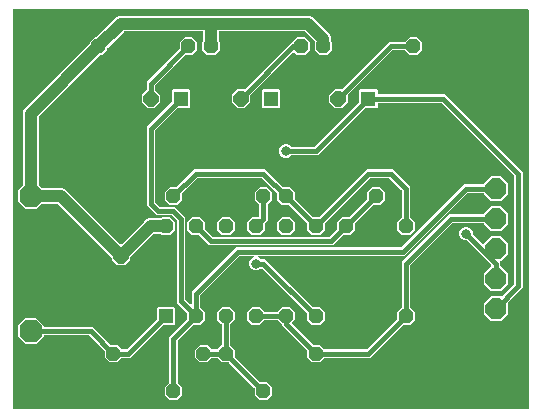
<source format=gtl>
G04 EAGLE Gerber RS-274X export*
G75*
%MOMM*%
%FSLAX34Y34*%
%LPD*%
%INTop Copper*%
%IPPOS*%
%AMOC8*
5,1,8,0,0,1.08239X$1,22.5*%
G01*
%ADD10P,1.380047X8X112.500000*%
%ADD11P,1.380047X8X22.500000*%
%ADD12R,1.275000X1.275000*%
%ADD13P,1.298868X8X22.500000*%
%ADD14R,1.200000X1.200000*%
%ADD15P,2.089446X8X292.500000*%
%ADD16P,1.924489X8X112.500000*%
%ADD17P,1.298868X8X202.500000*%
%ADD18P,1.298868X8X112.500000*%
%ADD19C,1.016000*%
%ADD20C,0.406400*%
%ADD21C,0.825000*%

G36*
X439748Y3814D02*
X439748Y3814D01*
X439767Y3812D01*
X439869Y3834D01*
X439971Y3850D01*
X439988Y3860D01*
X440008Y3864D01*
X440097Y3917D01*
X440188Y3966D01*
X440202Y3980D01*
X440219Y3990D01*
X440286Y4069D01*
X440358Y4144D01*
X440366Y4162D01*
X440379Y4177D01*
X440418Y4273D01*
X440461Y4367D01*
X440463Y4387D01*
X440471Y4405D01*
X440489Y4572D01*
X440489Y341378D01*
X440486Y341398D01*
X440488Y341417D01*
X440466Y341519D01*
X440450Y341621D01*
X440440Y341638D01*
X440436Y341658D01*
X440383Y341747D01*
X440334Y341838D01*
X440320Y341852D01*
X440310Y341869D01*
X440231Y341936D01*
X440156Y342008D01*
X440138Y342016D01*
X440123Y342029D01*
X440027Y342068D01*
X439933Y342111D01*
X439913Y342113D01*
X439895Y342121D01*
X439728Y342139D01*
X4572Y342139D01*
X4552Y342136D01*
X4533Y342138D01*
X4431Y342116D01*
X4329Y342100D01*
X4312Y342090D01*
X4292Y342086D01*
X4203Y342033D01*
X4112Y341984D01*
X4098Y341970D01*
X4081Y341960D01*
X4014Y341881D01*
X3942Y341806D01*
X3934Y341788D01*
X3921Y341773D01*
X3882Y341677D01*
X3839Y341583D01*
X3837Y341563D01*
X3829Y341545D01*
X3811Y341378D01*
X3811Y4572D01*
X3814Y4552D01*
X3812Y4533D01*
X3834Y4431D01*
X3850Y4329D01*
X3860Y4312D01*
X3864Y4292D01*
X3917Y4203D01*
X3966Y4112D01*
X3980Y4098D01*
X3990Y4081D01*
X4069Y4014D01*
X4144Y3942D01*
X4162Y3934D01*
X4177Y3921D01*
X4273Y3882D01*
X4367Y3839D01*
X4387Y3837D01*
X4405Y3829D01*
X4572Y3811D01*
X439728Y3811D01*
X439748Y3814D01*
G37*
%LPC*%
G36*
X91978Y125450D02*
X91978Y125450D01*
X87350Y130078D01*
X87350Y131594D01*
X87336Y131684D01*
X87328Y131775D01*
X87316Y131805D01*
X87311Y131837D01*
X87268Y131917D01*
X87232Y132001D01*
X87206Y132033D01*
X87195Y132054D01*
X87172Y132076D01*
X87127Y132132D01*
X41937Y177322D01*
X41863Y177375D01*
X41794Y177435D01*
X41764Y177447D01*
X41737Y177466D01*
X41650Y177493D01*
X41566Y177527D01*
X41525Y177531D01*
X41502Y177538D01*
X41470Y177537D01*
X41399Y177545D01*
X28567Y177545D01*
X28477Y177531D01*
X28386Y177523D01*
X28356Y177511D01*
X28324Y177506D01*
X28243Y177463D01*
X28160Y177427D01*
X28127Y177401D01*
X28107Y177390D01*
X28085Y177367D01*
X28029Y177322D01*
X23680Y172973D01*
X14420Y172973D01*
X7873Y179520D01*
X7873Y188780D01*
X12222Y193129D01*
X12275Y193203D01*
X12335Y193272D01*
X12347Y193302D01*
X12366Y193328D01*
X12393Y193415D01*
X12427Y193500D01*
X12431Y193541D01*
X12438Y193563D01*
X12437Y193596D01*
X12445Y193667D01*
X12445Y255314D01*
X13451Y257741D01*
X68452Y312743D01*
X68505Y312817D01*
X68565Y312886D01*
X68577Y312916D01*
X68596Y312943D01*
X68623Y313030D01*
X68657Y313114D01*
X68661Y313155D01*
X68668Y313178D01*
X68667Y313210D01*
X68675Y313281D01*
X68675Y314267D01*
X73083Y318675D01*
X74069Y318675D01*
X74159Y318689D01*
X74250Y318697D01*
X74280Y318709D01*
X74312Y318714D01*
X74392Y318757D01*
X74476Y318793D01*
X74508Y318819D01*
X74529Y318830D01*
X74551Y318853D01*
X74607Y318898D01*
X91509Y335799D01*
X93936Y336805D01*
X255314Y336805D01*
X257741Y335799D01*
X272299Y321241D01*
X273305Y318814D01*
X273305Y315502D01*
X273319Y315412D01*
X273327Y315321D01*
X273339Y315291D01*
X273344Y315259D01*
X273387Y315179D01*
X273423Y315095D01*
X273449Y315063D01*
X273460Y315042D01*
X273483Y315020D01*
X273528Y314964D01*
X274225Y314267D01*
X274225Y308033D01*
X269817Y303625D01*
X263583Y303625D01*
X259175Y308033D01*
X259175Y314267D01*
X259346Y314437D01*
X259357Y314453D01*
X259373Y314466D01*
X259429Y314553D01*
X259489Y314637D01*
X259495Y314656D01*
X259506Y314673D01*
X259531Y314773D01*
X259562Y314872D01*
X259561Y314892D01*
X259566Y314911D01*
X259558Y315014D01*
X259555Y315118D01*
X259548Y315137D01*
X259547Y315157D01*
X259506Y315251D01*
X259471Y315349D01*
X259458Y315365D01*
X259450Y315383D01*
X259346Y315514D01*
X251487Y323372D01*
X251413Y323425D01*
X251344Y323485D01*
X251314Y323497D01*
X251287Y323516D01*
X251200Y323543D01*
X251116Y323577D01*
X251075Y323581D01*
X251052Y323588D01*
X251020Y323587D01*
X250949Y323595D01*
X178816Y323595D01*
X178796Y323592D01*
X178777Y323594D01*
X178675Y323572D01*
X178573Y323556D01*
X178556Y323546D01*
X178536Y323542D01*
X178447Y323489D01*
X178356Y323440D01*
X178342Y323426D01*
X178325Y323416D01*
X178258Y323337D01*
X178186Y323262D01*
X178178Y323244D01*
X178165Y323229D01*
X178126Y323133D01*
X178083Y323039D01*
X178081Y323019D01*
X178073Y323001D01*
X178055Y322834D01*
X178055Y315502D01*
X178069Y315412D01*
X178077Y315321D01*
X178089Y315291D01*
X178094Y315259D01*
X178137Y315179D01*
X178173Y315095D01*
X178199Y315063D01*
X178210Y315042D01*
X178233Y315020D01*
X178278Y314964D01*
X178975Y314267D01*
X178975Y308033D01*
X174567Y303625D01*
X168333Y303625D01*
X163925Y308033D01*
X163925Y314267D01*
X164622Y314964D01*
X164675Y315038D01*
X164735Y315107D01*
X164747Y315137D01*
X164766Y315164D01*
X164793Y315251D01*
X164827Y315335D01*
X164831Y315376D01*
X164838Y315399D01*
X164837Y315431D01*
X164845Y315502D01*
X164845Y322834D01*
X164842Y322854D01*
X164844Y322873D01*
X164822Y322975D01*
X164806Y323077D01*
X164796Y323094D01*
X164792Y323114D01*
X164739Y323203D01*
X164690Y323294D01*
X164676Y323308D01*
X164666Y323325D01*
X164587Y323392D01*
X164512Y323464D01*
X164494Y323472D01*
X164479Y323485D01*
X164383Y323524D01*
X164289Y323567D01*
X164269Y323569D01*
X164251Y323577D01*
X164084Y323595D01*
X98301Y323595D01*
X98211Y323581D01*
X98120Y323573D01*
X98090Y323561D01*
X98058Y323556D01*
X97978Y323513D01*
X97894Y323477D01*
X97862Y323451D01*
X97841Y323440D01*
X97819Y323417D01*
X97763Y323372D01*
X83948Y309557D01*
X83895Y309483D01*
X83835Y309414D01*
X83823Y309384D01*
X83804Y309357D01*
X83777Y309270D01*
X83743Y309186D01*
X83739Y309145D01*
X83732Y309122D01*
X83733Y309090D01*
X83725Y309019D01*
X83725Y308033D01*
X79317Y303625D01*
X78331Y303625D01*
X78241Y303611D01*
X78150Y303603D01*
X78120Y303591D01*
X78088Y303586D01*
X78008Y303543D01*
X77924Y303507D01*
X77892Y303481D01*
X77871Y303470D01*
X77849Y303447D01*
X77793Y303402D01*
X25878Y251487D01*
X25825Y251413D01*
X25765Y251344D01*
X25753Y251314D01*
X25734Y251287D01*
X25707Y251200D01*
X25673Y251116D01*
X25669Y251075D01*
X25662Y251052D01*
X25663Y251020D01*
X25655Y250949D01*
X25655Y193667D01*
X25669Y193577D01*
X25677Y193486D01*
X25689Y193456D01*
X25694Y193424D01*
X25737Y193343D01*
X25773Y193260D01*
X25799Y193227D01*
X25810Y193207D01*
X25833Y193185D01*
X25878Y193129D01*
X28029Y190978D01*
X28103Y190925D01*
X28172Y190865D01*
X28202Y190853D01*
X28228Y190834D01*
X28315Y190807D01*
X28400Y190773D01*
X28441Y190769D01*
X28463Y190762D01*
X28496Y190763D01*
X28567Y190755D01*
X45764Y190755D01*
X48191Y189749D01*
X94712Y143229D01*
X94728Y143217D01*
X94740Y143202D01*
X94828Y143145D01*
X94911Y143085D01*
X94930Y143079D01*
X94947Y143069D01*
X95048Y143043D01*
X95147Y143013D01*
X95166Y143013D01*
X95186Y143009D01*
X95289Y143017D01*
X95392Y143019D01*
X95411Y143026D01*
X95431Y143028D01*
X95526Y143068D01*
X95623Y143104D01*
X95639Y143116D01*
X95657Y143124D01*
X95788Y143229D01*
X114944Y162384D01*
X116909Y164349D01*
X119336Y165355D01*
X128998Y165355D01*
X129088Y165369D01*
X129179Y165377D01*
X129209Y165389D01*
X129241Y165394D01*
X129321Y165437D01*
X129405Y165473D01*
X129437Y165499D01*
X129458Y165510D01*
X129480Y165533D01*
X129536Y165578D01*
X130233Y166275D01*
X136467Y166275D01*
X140875Y161867D01*
X140875Y155633D01*
X136467Y151225D01*
X130233Y151225D01*
X129536Y151922D01*
X129462Y151975D01*
X129393Y152035D01*
X129363Y152047D01*
X129336Y152066D01*
X129249Y152093D01*
X129165Y152127D01*
X129124Y152131D01*
X129101Y152138D01*
X129069Y152137D01*
X128998Y152145D01*
X123701Y152145D01*
X123611Y152131D01*
X123520Y152123D01*
X123490Y152111D01*
X123458Y152106D01*
X123378Y152063D01*
X123294Y152027D01*
X123262Y152001D01*
X123241Y151990D01*
X123219Y151967D01*
X123163Y151922D01*
X103373Y132132D01*
X103320Y132058D01*
X103260Y131989D01*
X103248Y131959D01*
X103229Y131932D01*
X103202Y131845D01*
X103168Y131761D01*
X103164Y131720D01*
X103157Y131697D01*
X103158Y131665D01*
X103150Y131594D01*
X103150Y130078D01*
X98522Y125450D01*
X91978Y125450D01*
G37*
%LPD*%
%LPC*%
G36*
X136583Y11525D02*
X136583Y11525D01*
X132175Y15933D01*
X132175Y22167D01*
X135920Y25912D01*
X135973Y25986D01*
X136033Y26055D01*
X136045Y26085D01*
X136064Y26112D01*
X136091Y26199D01*
X136125Y26283D01*
X136129Y26324D01*
X136136Y26347D01*
X136135Y26379D01*
X136143Y26450D01*
X136143Y64973D01*
X151002Y79832D01*
X151055Y79906D01*
X151115Y79976D01*
X151127Y80006D01*
X151146Y80032D01*
X151173Y80119D01*
X151207Y80204D01*
X151211Y80245D01*
X151218Y80267D01*
X151217Y80299D01*
X151225Y80371D01*
X151225Y84729D01*
X151211Y84820D01*
X151203Y84910D01*
X151191Y84940D01*
X151186Y84972D01*
X151143Y85053D01*
X151107Y85137D01*
X151081Y85169D01*
X151070Y85190D01*
X151047Y85212D01*
X151002Y85268D01*
X142493Y93777D01*
X142493Y163311D01*
X142479Y163402D01*
X142471Y163492D01*
X142459Y163522D01*
X142454Y163554D01*
X142411Y163635D01*
X142375Y163719D01*
X142349Y163751D01*
X142338Y163772D01*
X142315Y163794D01*
X142270Y163850D01*
X138450Y167670D01*
X138376Y167723D01*
X138306Y167783D01*
X138276Y167795D01*
X138250Y167814D01*
X138163Y167841D01*
X138078Y167875D01*
X138037Y167879D01*
X138015Y167886D01*
X137983Y167885D01*
X137911Y167893D01*
X125527Y167893D01*
X117093Y176327D01*
X117093Y242773D01*
X137927Y263607D01*
X137980Y263681D01*
X138040Y263751D01*
X138052Y263781D01*
X138071Y263807D01*
X138098Y263894D01*
X138117Y263942D01*
X138122Y263953D01*
X138122Y263956D01*
X138132Y263979D01*
X138136Y264020D01*
X138143Y264042D01*
X138142Y264074D01*
X138150Y264146D01*
X138150Y273707D01*
X139043Y274600D01*
X153057Y274600D01*
X153950Y273707D01*
X153950Y259693D01*
X153057Y258800D01*
X143496Y258800D01*
X143405Y258786D01*
X143315Y258778D01*
X143285Y258766D01*
X143253Y258761D01*
X143172Y258718D01*
X143088Y258682D01*
X143056Y258656D01*
X143035Y258645D01*
X143013Y258622D01*
X142957Y258577D01*
X124430Y240050D01*
X124377Y239976D01*
X124317Y239906D01*
X124305Y239876D01*
X124286Y239850D01*
X124259Y239763D01*
X124225Y239678D01*
X124221Y239637D01*
X124214Y239615D01*
X124215Y239583D01*
X124207Y239511D01*
X124207Y179589D01*
X124221Y179498D01*
X124229Y179408D01*
X124241Y179378D01*
X124246Y179346D01*
X124289Y179265D01*
X124325Y179181D01*
X124351Y179149D01*
X124362Y179128D01*
X124385Y179106D01*
X124430Y179050D01*
X128250Y175230D01*
X128324Y175177D01*
X128394Y175117D01*
X128424Y175105D01*
X128450Y175086D01*
X128537Y175059D01*
X128622Y175025D01*
X128663Y175021D01*
X128685Y175014D01*
X128717Y175015D01*
X128789Y175007D01*
X141173Y175007D01*
X149607Y166573D01*
X149607Y97039D01*
X149621Y96948D01*
X149629Y96858D01*
X149641Y96828D01*
X149646Y96796D01*
X149689Y96715D01*
X149725Y96631D01*
X149751Y96599D01*
X149762Y96578D01*
X149785Y96556D01*
X149830Y96500D01*
X153894Y92436D01*
X153952Y92394D01*
X154004Y92345D01*
X154051Y92323D01*
X154093Y92293D01*
X154162Y92272D01*
X154227Y92241D01*
X154279Y92236D01*
X154329Y92220D01*
X154400Y92222D01*
X154471Y92214D01*
X154522Y92225D01*
X154574Y92227D01*
X154642Y92251D01*
X154712Y92267D01*
X154757Y92293D01*
X154805Y92311D01*
X154861Y92356D01*
X154923Y92393D01*
X154957Y92432D01*
X154997Y92465D01*
X155036Y92525D01*
X155083Y92580D01*
X155102Y92628D01*
X155130Y92672D01*
X155148Y92741D01*
X155175Y92808D01*
X155183Y92879D01*
X155191Y92910D01*
X155189Y92934D01*
X155193Y92975D01*
X155193Y103073D01*
X157500Y105380D01*
X190530Y138410D01*
X192837Y140717D01*
X332221Y140717D01*
X332312Y140731D01*
X332402Y140739D01*
X332432Y140751D01*
X332464Y140756D01*
X332545Y140799D01*
X332629Y140835D01*
X332661Y140861D01*
X332682Y140872D01*
X332704Y140895D01*
X332760Y140940D01*
X385877Y194057D01*
X401574Y194057D01*
X401594Y194060D01*
X401613Y194058D01*
X401715Y194080D01*
X401817Y194096D01*
X401834Y194106D01*
X401854Y194110D01*
X401943Y194163D01*
X402034Y194212D01*
X402048Y194226D01*
X402065Y194236D01*
X402132Y194315D01*
X402204Y194390D01*
X402212Y194408D01*
X402225Y194423D01*
X402264Y194519D01*
X402307Y194613D01*
X402309Y194633D01*
X402317Y194651D01*
X402335Y194813D01*
X408436Y200915D01*
X417064Y200915D01*
X423165Y194814D01*
X423165Y186186D01*
X417064Y180085D01*
X408436Y180085D01*
X402334Y186187D01*
X402332Y186202D01*
X402334Y186221D01*
X402312Y186323D01*
X402296Y186425D01*
X402286Y186442D01*
X402282Y186462D01*
X402229Y186550D01*
X402180Y186642D01*
X402166Y186656D01*
X402156Y186673D01*
X402077Y186740D01*
X402002Y186812D01*
X401984Y186820D01*
X401969Y186833D01*
X401873Y186872D01*
X401779Y186915D01*
X401759Y186917D01*
X401741Y186925D01*
X401574Y186943D01*
X389139Y186943D01*
X389048Y186929D01*
X388958Y186921D01*
X388928Y186909D01*
X388896Y186904D01*
X388815Y186861D01*
X388731Y186825D01*
X388699Y186799D01*
X388678Y186788D01*
X388656Y186765D01*
X388600Y186720D01*
X335483Y133603D01*
X212199Y133603D01*
X212103Y133588D01*
X212006Y133578D01*
X211982Y133568D01*
X211956Y133564D01*
X211870Y133518D01*
X211781Y133478D01*
X211762Y133461D01*
X211739Y133448D01*
X211672Y133378D01*
X211600Y133312D01*
X211587Y133289D01*
X211569Y133270D01*
X211528Y133182D01*
X211481Y133096D01*
X211477Y133071D01*
X211466Y133047D01*
X211455Y132950D01*
X211438Y132854D01*
X211441Y132828D01*
X211439Y132803D01*
X211459Y132708D01*
X211473Y132611D01*
X211485Y132588D01*
X211491Y132562D01*
X211541Y132479D01*
X211585Y132392D01*
X211604Y132373D01*
X211617Y132351D01*
X211691Y132288D01*
X211761Y132220D01*
X211789Y132204D01*
X211804Y132191D01*
X211835Y132179D01*
X211908Y132139D01*
X212750Y131790D01*
X213760Y130780D01*
X213834Y130727D01*
X213904Y130667D01*
X213934Y130655D01*
X213960Y130636D01*
X214047Y130609D01*
X214132Y130575D01*
X214173Y130571D01*
X214195Y130564D01*
X214227Y130565D01*
X214299Y130557D01*
X217373Y130557D01*
X257632Y90298D01*
X257706Y90245D01*
X257776Y90185D01*
X257806Y90173D01*
X257832Y90154D01*
X257919Y90127D01*
X258004Y90093D01*
X258045Y90089D01*
X258067Y90082D01*
X258099Y90083D01*
X258171Y90075D01*
X263467Y90075D01*
X267875Y85667D01*
X267875Y79433D01*
X263467Y75025D01*
X257233Y75025D01*
X252825Y79433D01*
X252825Y84729D01*
X252811Y84820D01*
X252803Y84910D01*
X252791Y84940D01*
X252786Y84972D01*
X252743Y85053D01*
X252707Y85137D01*
X252681Y85169D01*
X252670Y85190D01*
X252647Y85212D01*
X252602Y85268D01*
X214743Y123127D01*
X214727Y123138D01*
X214715Y123154D01*
X214639Y123203D01*
X214623Y123217D01*
X214613Y123221D01*
X214544Y123270D01*
X214525Y123276D01*
X214508Y123287D01*
X214407Y123312D01*
X214308Y123343D01*
X214289Y123342D01*
X214269Y123347D01*
X214166Y123339D01*
X214063Y123336D01*
X214044Y123329D01*
X214024Y123328D01*
X213929Y123287D01*
X213832Y123252D01*
X213816Y123239D01*
X213798Y123232D01*
X213726Y123174D01*
X213722Y123172D01*
X213718Y123168D01*
X213667Y123127D01*
X212750Y122210D01*
X210674Y121350D01*
X208426Y121350D01*
X206350Y122210D01*
X204760Y123800D01*
X203900Y125876D01*
X203900Y128124D01*
X204760Y130200D01*
X206350Y131790D01*
X207192Y132139D01*
X207275Y132190D01*
X207361Y132236D01*
X207379Y132255D01*
X207402Y132268D01*
X207464Y132343D01*
X207531Y132414D01*
X207542Y132438D01*
X207558Y132458D01*
X207593Y132549D01*
X207634Y132637D01*
X207637Y132663D01*
X207647Y132687D01*
X207651Y132785D01*
X207661Y132881D01*
X207656Y132907D01*
X207657Y132933D01*
X207630Y133027D01*
X207609Y133122D01*
X207596Y133144D01*
X207588Y133169D01*
X207533Y133249D01*
X207483Y133333D01*
X207463Y133350D01*
X207448Y133371D01*
X207370Y133429D01*
X207296Y133493D01*
X207272Y133503D01*
X207251Y133518D01*
X207158Y133548D01*
X207068Y133585D01*
X207036Y133588D01*
X207017Y133594D01*
X206984Y133594D01*
X206901Y133603D01*
X196099Y133603D01*
X196008Y133589D01*
X195918Y133581D01*
X195888Y133569D01*
X195856Y133564D01*
X195775Y133521D01*
X195691Y133485D01*
X195659Y133459D01*
X195638Y133448D01*
X195616Y133425D01*
X195560Y133380D01*
X162530Y100350D01*
X162477Y100276D01*
X162417Y100206D01*
X162405Y100176D01*
X162386Y100150D01*
X162359Y100063D01*
X162325Y99978D01*
X162321Y99937D01*
X162314Y99915D01*
X162315Y99883D01*
X162307Y99811D01*
X162307Y89950D01*
X162321Y89860D01*
X162329Y89769D01*
X162341Y89739D01*
X162346Y89707D01*
X162389Y89627D01*
X162425Y89543D01*
X162451Y89511D01*
X162462Y89490D01*
X162485Y89468D01*
X162530Y89412D01*
X166275Y85667D01*
X166275Y79433D01*
X161867Y75025D01*
X156571Y75025D01*
X156480Y75011D01*
X156390Y75003D01*
X156360Y74991D01*
X156328Y74986D01*
X156247Y74943D01*
X156163Y74907D01*
X156131Y74881D01*
X156110Y74870D01*
X156088Y74847D01*
X156032Y74802D01*
X143480Y62250D01*
X143427Y62176D01*
X143367Y62106D01*
X143355Y62076D01*
X143336Y62050D01*
X143309Y61963D01*
X143275Y61878D01*
X143271Y61837D01*
X143264Y61815D01*
X143265Y61783D01*
X143257Y61711D01*
X143257Y26450D01*
X143271Y26360D01*
X143279Y26269D01*
X143291Y26239D01*
X143296Y26207D01*
X143339Y26127D01*
X143375Y26043D01*
X143401Y26011D01*
X143412Y25990D01*
X143435Y25968D01*
X143480Y25912D01*
X147225Y22167D01*
X147225Y15933D01*
X142817Y11525D01*
X136583Y11525D01*
G37*
%LPD*%
%LPC*%
G36*
X408436Y78485D02*
X408436Y78485D01*
X402335Y84586D01*
X402335Y93214D01*
X408436Y99315D01*
X417065Y99315D01*
X417077Y99306D01*
X417090Y99290D01*
X417177Y99234D01*
X417261Y99174D01*
X417280Y99168D01*
X417297Y99157D01*
X417397Y99132D01*
X417496Y99102D01*
X417516Y99102D01*
X417535Y99097D01*
X417638Y99105D01*
X417742Y99108D01*
X417760Y99115D01*
X417780Y99116D01*
X417875Y99157D01*
X417973Y99192D01*
X417988Y99205D01*
X418007Y99213D01*
X418138Y99318D01*
X428020Y109200D01*
X428073Y109274D01*
X428133Y109344D01*
X428145Y109374D01*
X428164Y109400D01*
X428191Y109487D01*
X428225Y109572D01*
X428229Y109613D01*
X428236Y109635D01*
X428235Y109667D01*
X428243Y109739D01*
X428243Y201411D01*
X428229Y201502D01*
X428221Y201592D01*
X428209Y201622D01*
X428204Y201654D01*
X428161Y201735D01*
X428125Y201819D01*
X428099Y201851D01*
X428088Y201872D01*
X428065Y201894D01*
X428020Y201950D01*
X367050Y262920D01*
X366976Y262973D01*
X366906Y263033D01*
X366876Y263045D01*
X366850Y263064D01*
X366763Y263091D01*
X366678Y263125D01*
X366637Y263129D01*
X366615Y263136D01*
X366583Y263135D01*
X366511Y263143D01*
X313461Y263143D01*
X313441Y263140D01*
X313422Y263142D01*
X313320Y263120D01*
X313218Y263104D01*
X313201Y263094D01*
X313181Y263090D01*
X313092Y263037D01*
X313001Y262988D01*
X312987Y262974D01*
X312970Y262964D01*
X312903Y262885D01*
X312831Y262810D01*
X312823Y262792D01*
X312810Y262777D01*
X312771Y262681D01*
X312728Y262587D01*
X312726Y262567D01*
X312718Y262549D01*
X312700Y262382D01*
X312700Y259693D01*
X311807Y258800D01*
X302246Y258800D01*
X302155Y258786D01*
X302065Y258778D01*
X302035Y258766D01*
X302003Y258761D01*
X301922Y258718D01*
X301838Y258682D01*
X301806Y258656D01*
X301785Y258645D01*
X301763Y258622D01*
X301707Y258577D01*
X261823Y218693D01*
X239699Y218693D01*
X239608Y218679D01*
X239518Y218671D01*
X239488Y218659D01*
X239456Y218654D01*
X239375Y218611D01*
X239291Y218575D01*
X239259Y218549D01*
X239238Y218538D01*
X239216Y218515D01*
X239160Y218470D01*
X238150Y217460D01*
X236074Y216600D01*
X233826Y216600D01*
X231750Y217460D01*
X230160Y219050D01*
X229300Y221126D01*
X229300Y223374D01*
X230160Y225450D01*
X231750Y227040D01*
X233826Y227900D01*
X236074Y227900D01*
X238150Y227040D01*
X239160Y226030D01*
X239234Y225977D01*
X239304Y225917D01*
X239334Y225905D01*
X239360Y225886D01*
X239447Y225859D01*
X239532Y225825D01*
X239573Y225821D01*
X239595Y225814D01*
X239627Y225815D01*
X239699Y225807D01*
X258561Y225807D01*
X258652Y225821D01*
X258742Y225829D01*
X258772Y225841D01*
X258804Y225846D01*
X258885Y225889D01*
X258969Y225925D01*
X259001Y225951D01*
X259022Y225962D01*
X259044Y225985D01*
X259100Y226030D01*
X296677Y263607D01*
X296730Y263681D01*
X296790Y263751D01*
X296802Y263781D01*
X296821Y263807D01*
X296848Y263894D01*
X296867Y263942D01*
X296872Y263953D01*
X296872Y263956D01*
X296882Y263979D01*
X296886Y264020D01*
X296893Y264042D01*
X296892Y264074D01*
X296900Y264146D01*
X296900Y273707D01*
X297793Y274600D01*
X311807Y274600D01*
X312700Y273707D01*
X312700Y271018D01*
X312703Y270998D01*
X312701Y270979D01*
X312723Y270877D01*
X312739Y270775D01*
X312749Y270758D01*
X312753Y270738D01*
X312806Y270649D01*
X312855Y270558D01*
X312869Y270544D01*
X312879Y270527D01*
X312958Y270460D01*
X313033Y270388D01*
X313051Y270380D01*
X313066Y270367D01*
X313162Y270328D01*
X313256Y270285D01*
X313276Y270283D01*
X313294Y270275D01*
X313461Y270257D01*
X369773Y270257D01*
X433050Y206980D01*
X435357Y204673D01*
X435357Y106477D01*
X423168Y94288D01*
X423156Y94271D01*
X423140Y94259D01*
X423084Y94172D01*
X423024Y94088D01*
X423018Y94069D01*
X423007Y94052D01*
X422982Y93952D01*
X422952Y93853D01*
X422952Y93833D01*
X422947Y93813D01*
X422955Y93710D01*
X422958Y93607D01*
X422965Y93588D01*
X422966Y93568D01*
X423007Y93473D01*
X423042Y93376D01*
X423055Y93360D01*
X423063Y93342D01*
X423165Y93215D01*
X423165Y84586D01*
X417064Y78485D01*
X408436Y78485D01*
G37*
%LPD*%
%LPC*%
G36*
X257233Y43275D02*
X257233Y43275D01*
X252825Y47683D01*
X252825Y52979D01*
X252811Y53070D01*
X252803Y53160D01*
X252791Y53190D01*
X252786Y53222D01*
X252743Y53303D01*
X252707Y53387D01*
X252681Y53419D01*
X252670Y53440D01*
X252647Y53462D01*
X252602Y53518D01*
X233700Y72420D01*
X231393Y74727D01*
X231393Y75150D01*
X231379Y75240D01*
X231371Y75331D01*
X231359Y75361D01*
X231354Y75393D01*
X231311Y75473D01*
X231275Y75557D01*
X231249Y75589D01*
X231238Y75610D01*
X231215Y75632D01*
X231170Y75688D01*
X228088Y78770D01*
X228014Y78823D01*
X227945Y78883D01*
X227915Y78895D01*
X227888Y78914D01*
X227801Y78941D01*
X227717Y78975D01*
X227676Y78979D01*
X227653Y78986D01*
X227621Y78985D01*
X227550Y78993D01*
X216950Y78993D01*
X216860Y78979D01*
X216769Y78971D01*
X216739Y78959D01*
X216707Y78954D01*
X216627Y78911D01*
X216543Y78875D01*
X216511Y78849D01*
X216490Y78838D01*
X216468Y78815D01*
X216412Y78770D01*
X212667Y75025D01*
X206433Y75025D01*
X202025Y79433D01*
X202025Y85667D01*
X206433Y90075D01*
X212667Y90075D01*
X216412Y86330D01*
X216486Y86277D01*
X216555Y86217D01*
X216585Y86205D01*
X216612Y86186D01*
X216699Y86159D01*
X216783Y86125D01*
X216824Y86121D01*
X216847Y86114D01*
X216879Y86115D01*
X216950Y86107D01*
X227550Y86107D01*
X227640Y86121D01*
X227731Y86129D01*
X227761Y86141D01*
X227793Y86146D01*
X227873Y86189D01*
X227957Y86225D01*
X227989Y86251D01*
X228010Y86262D01*
X228032Y86285D01*
X228088Y86330D01*
X231833Y90075D01*
X238067Y90075D01*
X242475Y85667D01*
X242475Y79433D01*
X240149Y77107D01*
X240137Y77091D01*
X240122Y77079D01*
X240066Y76992D01*
X240006Y76908D01*
X240000Y76889D01*
X239989Y76872D01*
X239964Y76771D01*
X239933Y76673D01*
X239934Y76653D01*
X239929Y76633D01*
X239937Y76530D01*
X239940Y76427D01*
X239946Y76408D01*
X239948Y76388D01*
X239988Y76293D01*
X240024Y76196D01*
X240036Y76180D01*
X240044Y76162D01*
X240149Y76031D01*
X257632Y58548D01*
X257706Y58495D01*
X257776Y58435D01*
X257806Y58423D01*
X257832Y58404D01*
X257919Y58377D01*
X258004Y58343D01*
X258045Y58339D01*
X258067Y58332D01*
X258099Y58333D01*
X258171Y58325D01*
X263467Y58325D01*
X267212Y54580D01*
X267286Y54527D01*
X267355Y54467D01*
X267385Y54455D01*
X267412Y54436D01*
X267499Y54409D01*
X267583Y54375D01*
X267624Y54371D01*
X267647Y54364D01*
X267679Y54365D01*
X267750Y54357D01*
X303011Y54357D01*
X303102Y54371D01*
X303192Y54379D01*
X303222Y54391D01*
X303254Y54396D01*
X303335Y54439D01*
X303419Y54475D01*
X303451Y54501D01*
X303472Y54512D01*
X303494Y54535D01*
X303550Y54580D01*
X328802Y79832D01*
X328855Y79906D01*
X328915Y79976D01*
X328927Y80006D01*
X328946Y80032D01*
X328973Y80119D01*
X329007Y80204D01*
X329011Y80245D01*
X329018Y80267D01*
X329017Y80299D01*
X329025Y80371D01*
X329025Y85667D01*
X332770Y89412D01*
X332823Y89486D01*
X332883Y89555D01*
X332895Y89585D01*
X332914Y89612D01*
X332941Y89699D01*
X332975Y89783D01*
X332979Y89824D01*
X332986Y89847D01*
X332985Y89879D01*
X332993Y89950D01*
X332993Y128473D01*
X373177Y168657D01*
X401574Y168657D01*
X401594Y168660D01*
X401613Y168658D01*
X401715Y168680D01*
X401817Y168696D01*
X401834Y168706D01*
X401854Y168710D01*
X401943Y168763D01*
X402034Y168812D01*
X402048Y168826D01*
X402065Y168836D01*
X402132Y168915D01*
X402204Y168990D01*
X402212Y169008D01*
X402225Y169023D01*
X402264Y169119D01*
X402307Y169213D01*
X402309Y169233D01*
X402317Y169251D01*
X402335Y169413D01*
X408436Y175515D01*
X417064Y175515D01*
X423165Y169414D01*
X423165Y160786D01*
X417064Y154685D01*
X408436Y154685D01*
X402334Y160787D01*
X402332Y160802D01*
X402334Y160821D01*
X402312Y160923D01*
X402296Y161025D01*
X402286Y161042D01*
X402282Y161062D01*
X402229Y161151D01*
X402180Y161242D01*
X402166Y161256D01*
X402156Y161273D01*
X402077Y161340D01*
X402002Y161412D01*
X401984Y161420D01*
X401969Y161433D01*
X401873Y161472D01*
X401779Y161515D01*
X401759Y161517D01*
X401741Y161525D01*
X401574Y161543D01*
X376439Y161543D01*
X376348Y161529D01*
X376258Y161521D01*
X376228Y161509D01*
X376196Y161504D01*
X376115Y161461D01*
X376031Y161425D01*
X375999Y161399D01*
X375978Y161388D01*
X375956Y161365D01*
X375900Y161320D01*
X340330Y125750D01*
X340277Y125676D01*
X340217Y125606D01*
X340205Y125576D01*
X340186Y125550D01*
X340159Y125463D01*
X340125Y125378D01*
X340121Y125337D01*
X340114Y125315D01*
X340115Y125283D01*
X340107Y125211D01*
X340107Y89950D01*
X340121Y89860D01*
X340129Y89769D01*
X340141Y89739D01*
X340146Y89707D01*
X340189Y89627D01*
X340225Y89543D01*
X340251Y89511D01*
X340262Y89490D01*
X340285Y89468D01*
X340330Y89412D01*
X344075Y85667D01*
X344075Y79433D01*
X339667Y75025D01*
X334371Y75025D01*
X334280Y75011D01*
X334190Y75003D01*
X334160Y74991D01*
X334128Y74986D01*
X334047Y74943D01*
X333963Y74907D01*
X333931Y74881D01*
X333910Y74870D01*
X333888Y74847D01*
X333832Y74802D01*
X306273Y47243D01*
X267750Y47243D01*
X267660Y47229D01*
X267569Y47221D01*
X267539Y47209D01*
X267507Y47204D01*
X267427Y47161D01*
X267343Y47125D01*
X267311Y47099D01*
X267290Y47088D01*
X267268Y47065D01*
X267212Y47020D01*
X263467Y43275D01*
X257233Y43275D01*
G37*
%LPD*%
%LPC*%
G36*
X257233Y151225D02*
X257233Y151225D01*
X252825Y155633D01*
X252825Y160929D01*
X252811Y161020D01*
X252803Y161110D01*
X252791Y161140D01*
X252786Y161172D01*
X252743Y161253D01*
X252707Y161337D01*
X252681Y161369D01*
X252670Y161390D01*
X252647Y161412D01*
X252602Y161468D01*
X237668Y176402D01*
X237594Y176455D01*
X237524Y176515D01*
X237494Y176527D01*
X237468Y176546D01*
X237381Y176573D01*
X237296Y176607D01*
X237255Y176611D01*
X237233Y176618D01*
X237201Y176617D01*
X237129Y176625D01*
X231833Y176625D01*
X227425Y181033D01*
X227425Y186329D01*
X227411Y186420D01*
X227403Y186510D01*
X227391Y186540D01*
X227386Y186572D01*
X227343Y186653D01*
X227307Y186737D01*
X227281Y186769D01*
X227270Y186790D01*
X227247Y186812D01*
X227202Y186868D01*
X214650Y199420D01*
X214576Y199473D01*
X214506Y199533D01*
X214476Y199545D01*
X214450Y199564D01*
X214363Y199591D01*
X214278Y199625D01*
X214237Y199629D01*
X214215Y199636D01*
X214183Y199635D01*
X214111Y199643D01*
X160539Y199643D01*
X160448Y199629D01*
X160358Y199621D01*
X160328Y199609D01*
X160296Y199604D01*
X160215Y199561D01*
X160131Y199525D01*
X160099Y199499D01*
X160078Y199488D01*
X160056Y199465D01*
X160000Y199420D01*
X147448Y186868D01*
X147395Y186794D01*
X147335Y186724D01*
X147323Y186694D01*
X147304Y186668D01*
X147277Y186581D01*
X147243Y186496D01*
X147239Y186455D01*
X147232Y186433D01*
X147233Y186401D01*
X147225Y186329D01*
X147225Y181033D01*
X142817Y176625D01*
X136583Y176625D01*
X132175Y181033D01*
X132175Y187267D01*
X136583Y191675D01*
X141879Y191675D01*
X141970Y191689D01*
X142060Y191697D01*
X142090Y191709D01*
X142122Y191714D01*
X142203Y191757D01*
X142287Y191793D01*
X142319Y191819D01*
X142340Y191830D01*
X142362Y191853D01*
X142418Y191898D01*
X157277Y206757D01*
X217373Y206757D01*
X232232Y191898D01*
X232306Y191845D01*
X232376Y191785D01*
X232406Y191773D01*
X232432Y191754D01*
X232519Y191727D01*
X232604Y191693D01*
X232645Y191689D01*
X232667Y191682D01*
X232699Y191683D01*
X232771Y191675D01*
X238067Y191675D01*
X242475Y187267D01*
X242475Y181971D01*
X242489Y181880D01*
X242497Y181790D01*
X242509Y181760D01*
X242514Y181728D01*
X242557Y181647D01*
X242593Y181563D01*
X242619Y181531D01*
X242630Y181510D01*
X242653Y181488D01*
X242681Y181453D01*
X242682Y181452D01*
X242698Y181432D01*
X257632Y166498D01*
X257706Y166445D01*
X257776Y166385D01*
X257806Y166373D01*
X257832Y166354D01*
X257919Y166327D01*
X258004Y166293D01*
X258045Y166289D01*
X258067Y166282D01*
X258099Y166283D01*
X258171Y166275D01*
X262529Y166275D01*
X262620Y166289D01*
X262710Y166297D01*
X262740Y166309D01*
X262772Y166314D01*
X262853Y166357D01*
X262937Y166393D01*
X262969Y166419D01*
X262990Y166430D01*
X263012Y166453D01*
X263068Y166498D01*
X303327Y206757D01*
X325323Y206757D01*
X340107Y191973D01*
X340107Y166150D01*
X340121Y166060D01*
X340129Y165969D01*
X340141Y165939D01*
X340146Y165907D01*
X340189Y165827D01*
X340225Y165743D01*
X340251Y165711D01*
X340262Y165690D01*
X340285Y165668D01*
X340330Y165612D01*
X344075Y161867D01*
X344075Y155633D01*
X339667Y151225D01*
X333433Y151225D01*
X329025Y155633D01*
X329025Y161867D01*
X332770Y165612D01*
X332823Y165686D01*
X332883Y165755D01*
X332895Y165785D01*
X332914Y165812D01*
X332941Y165899D01*
X332975Y165983D01*
X332979Y166024D01*
X332986Y166047D01*
X332985Y166079D01*
X332993Y166150D01*
X332993Y188711D01*
X332979Y188802D01*
X332971Y188892D01*
X332959Y188922D01*
X332954Y188954D01*
X332911Y189035D01*
X332875Y189119D01*
X332849Y189151D01*
X332838Y189172D01*
X332815Y189194D01*
X332770Y189250D01*
X322600Y199420D01*
X322526Y199473D01*
X322456Y199533D01*
X322426Y199545D01*
X322400Y199564D01*
X322313Y199591D01*
X322228Y199625D01*
X322187Y199629D01*
X322165Y199636D01*
X322133Y199635D01*
X322061Y199643D01*
X306589Y199643D01*
X306498Y199629D01*
X306408Y199621D01*
X306378Y199609D01*
X306346Y199604D01*
X306265Y199561D01*
X306181Y199525D01*
X306149Y199499D01*
X306128Y199488D01*
X306106Y199465D01*
X306050Y199420D01*
X268098Y161468D01*
X268045Y161394D01*
X267985Y161324D01*
X267973Y161294D01*
X267954Y161268D01*
X267927Y161181D01*
X267893Y161096D01*
X267889Y161055D01*
X267882Y161033D01*
X267883Y161001D01*
X267875Y160929D01*
X267875Y155633D01*
X263467Y151225D01*
X257233Y151225D01*
G37*
%LPD*%
%LPC*%
G36*
X169977Y142493D02*
X169977Y142493D01*
X161468Y151002D01*
X161394Y151055D01*
X161324Y151115D01*
X161294Y151127D01*
X161268Y151146D01*
X161181Y151173D01*
X161096Y151207D01*
X161055Y151211D01*
X161033Y151218D01*
X161001Y151217D01*
X160929Y151225D01*
X155633Y151225D01*
X151225Y155633D01*
X151225Y161867D01*
X155633Y166275D01*
X161867Y166275D01*
X166275Y161867D01*
X166275Y156571D01*
X166289Y156480D01*
X166297Y156390D01*
X166309Y156360D01*
X166314Y156328D01*
X166357Y156247D01*
X166393Y156163D01*
X166419Y156131D01*
X166430Y156110D01*
X166453Y156088D01*
X166498Y156032D01*
X172700Y149830D01*
X172774Y149777D01*
X172844Y149717D01*
X172874Y149705D01*
X172900Y149686D01*
X172987Y149659D01*
X173072Y149625D01*
X173113Y149621D01*
X173135Y149614D01*
X173167Y149615D01*
X173239Y149607D01*
X271261Y149607D01*
X271352Y149621D01*
X271442Y149629D01*
X271472Y149641D01*
X271504Y149646D01*
X271585Y149689D01*
X271669Y149725D01*
X271701Y149751D01*
X271722Y149762D01*
X271744Y149785D01*
X271800Y149830D01*
X278002Y156032D01*
X278055Y156106D01*
X278115Y156176D01*
X278127Y156206D01*
X278146Y156232D01*
X278173Y156319D01*
X278207Y156404D01*
X278211Y156445D01*
X278218Y156467D01*
X278217Y156499D01*
X278225Y156571D01*
X278225Y161867D01*
X282633Y166275D01*
X287929Y166275D01*
X288020Y166289D01*
X288110Y166297D01*
X288140Y166309D01*
X288172Y166314D01*
X288253Y166357D01*
X288337Y166393D01*
X288369Y166419D01*
X288390Y166430D01*
X288412Y166453D01*
X288468Y166498D01*
X303402Y181432D01*
X303448Y181496D01*
X303466Y181515D01*
X303470Y181523D01*
X303515Y181576D01*
X303527Y181606D01*
X303546Y181632D01*
X303573Y181719D01*
X303607Y181804D01*
X303611Y181845D01*
X303618Y181867D01*
X303617Y181899D01*
X303625Y181971D01*
X303625Y187267D01*
X308033Y191675D01*
X314267Y191675D01*
X318675Y187267D01*
X318675Y181033D01*
X314267Y176625D01*
X308971Y176625D01*
X308880Y176611D01*
X308790Y176603D01*
X308760Y176591D01*
X308728Y176586D01*
X308647Y176543D01*
X308563Y176507D01*
X308531Y176481D01*
X308510Y176470D01*
X308501Y176460D01*
X308500Y176460D01*
X308486Y176445D01*
X308432Y176402D01*
X293498Y161468D01*
X293445Y161394D01*
X293385Y161324D01*
X293373Y161294D01*
X293354Y161268D01*
X293327Y161181D01*
X293293Y161096D01*
X293289Y161055D01*
X293282Y161033D01*
X293283Y161001D01*
X293275Y160929D01*
X293275Y155633D01*
X288867Y151225D01*
X283571Y151225D01*
X283480Y151211D01*
X283390Y151203D01*
X283360Y151191D01*
X283328Y151186D01*
X283247Y151143D01*
X283163Y151107D01*
X283131Y151081D01*
X283110Y151070D01*
X283088Y151047D01*
X283032Y151002D01*
X274523Y142493D01*
X169977Y142493D01*
G37*
%LPD*%
%LPC*%
G36*
X85783Y43275D02*
X85783Y43275D01*
X81375Y47683D01*
X81375Y52979D01*
X81361Y53070D01*
X81353Y53160D01*
X81341Y53190D01*
X81336Y53222D01*
X81293Y53303D01*
X81257Y53387D01*
X81231Y53419D01*
X81220Y53440D01*
X81197Y53462D01*
X81152Y53518D01*
X68600Y66070D01*
X68526Y66123D01*
X68456Y66183D01*
X68426Y66195D01*
X68400Y66214D01*
X68313Y66241D01*
X68228Y66275D01*
X68187Y66279D01*
X68165Y66286D01*
X68133Y66285D01*
X68061Y66293D01*
X30988Y66293D01*
X30968Y66290D01*
X30949Y66292D01*
X30847Y66270D01*
X30745Y66254D01*
X30728Y66244D01*
X30708Y66240D01*
X30619Y66187D01*
X30528Y66138D01*
X30514Y66124D01*
X30497Y66114D01*
X30430Y66035D01*
X30358Y65960D01*
X30350Y65942D01*
X30337Y65927D01*
X30298Y65831D01*
X30255Y65737D01*
X30253Y65717D01*
X30245Y65699D01*
X30227Y65532D01*
X30227Y65220D01*
X23680Y58673D01*
X14420Y58673D01*
X7873Y65220D01*
X7873Y74480D01*
X14420Y81027D01*
X23680Y81027D01*
X30227Y74480D01*
X30227Y74168D01*
X30230Y74148D01*
X30228Y74129D01*
X30250Y74027D01*
X30266Y73925D01*
X30276Y73908D01*
X30280Y73888D01*
X30333Y73799D01*
X30382Y73708D01*
X30396Y73694D01*
X30406Y73677D01*
X30485Y73610D01*
X30560Y73538D01*
X30578Y73530D01*
X30593Y73517D01*
X30689Y73478D01*
X30783Y73435D01*
X30803Y73433D01*
X30821Y73425D01*
X30988Y73407D01*
X71323Y73407D01*
X86182Y58548D01*
X86256Y58495D01*
X86326Y58435D01*
X86356Y58423D01*
X86382Y58404D01*
X86469Y58377D01*
X86554Y58343D01*
X86595Y58339D01*
X86617Y58332D01*
X86649Y58333D01*
X86721Y58325D01*
X92017Y58325D01*
X95762Y54580D01*
X95836Y54527D01*
X95905Y54467D01*
X95935Y54455D01*
X95962Y54436D01*
X96049Y54409D01*
X96133Y54375D01*
X96174Y54371D01*
X96197Y54364D01*
X96229Y54365D01*
X96300Y54357D01*
X99811Y54357D01*
X99902Y54371D01*
X99992Y54379D01*
X100022Y54391D01*
X100054Y54396D01*
X100135Y54439D01*
X100219Y54475D01*
X100251Y54501D01*
X100272Y54512D01*
X100294Y54535D01*
X100350Y54580D01*
X125602Y79832D01*
X125655Y79906D01*
X125715Y79976D01*
X125727Y80006D01*
X125746Y80032D01*
X125773Y80119D01*
X125807Y80204D01*
X125811Y80245D01*
X125818Y80267D01*
X125817Y80299D01*
X125825Y80371D01*
X125825Y89182D01*
X126718Y90075D01*
X139982Y90075D01*
X140875Y89182D01*
X140875Y75918D01*
X139982Y75025D01*
X131171Y75025D01*
X131080Y75011D01*
X130990Y75003D01*
X130960Y74991D01*
X130928Y74986D01*
X130847Y74943D01*
X130763Y74907D01*
X130731Y74881D01*
X130710Y74870D01*
X130688Y74847D01*
X130632Y74802D01*
X103073Y47243D01*
X96300Y47243D01*
X96210Y47229D01*
X96119Y47221D01*
X96089Y47209D01*
X96057Y47204D01*
X95977Y47161D01*
X95893Y47125D01*
X95861Y47099D01*
X95840Y47088D01*
X95818Y47065D01*
X95762Y47020D01*
X92017Y43275D01*
X85783Y43275D01*
G37*
%LPD*%
%LPC*%
G36*
X212783Y11525D02*
X212783Y11525D01*
X208375Y15933D01*
X208375Y21229D01*
X208361Y21319D01*
X208353Y21410D01*
X208341Y21440D01*
X208336Y21472D01*
X208293Y21553D01*
X208257Y21637D01*
X208231Y21669D01*
X208220Y21690D01*
X208197Y21712D01*
X208152Y21768D01*
X186868Y43052D01*
X186794Y43105D01*
X186724Y43165D01*
X186694Y43177D01*
X186668Y43196D01*
X186581Y43223D01*
X186496Y43257D01*
X186455Y43261D01*
X186433Y43268D01*
X186401Y43267D01*
X186329Y43275D01*
X181033Y43275D01*
X177288Y47020D01*
X177214Y47073D01*
X177145Y47133D01*
X177115Y47145D01*
X177088Y47164D01*
X177001Y47191D01*
X176917Y47225D01*
X176876Y47229D01*
X176853Y47236D01*
X176821Y47235D01*
X176750Y47243D01*
X172500Y47243D01*
X172410Y47229D01*
X172319Y47221D01*
X172289Y47209D01*
X172257Y47204D01*
X172177Y47161D01*
X172093Y47125D01*
X172061Y47099D01*
X172040Y47088D01*
X172018Y47065D01*
X171962Y47020D01*
X168217Y43275D01*
X161983Y43275D01*
X157575Y47683D01*
X157575Y53917D01*
X161983Y58325D01*
X168217Y58325D01*
X171962Y54580D01*
X172036Y54527D01*
X172105Y54467D01*
X172135Y54455D01*
X172162Y54436D01*
X172249Y54409D01*
X172333Y54375D01*
X172374Y54371D01*
X172397Y54364D01*
X172429Y54365D01*
X172500Y54357D01*
X176750Y54357D01*
X176840Y54371D01*
X176931Y54379D01*
X176961Y54391D01*
X176993Y54396D01*
X177073Y54439D01*
X177157Y54475D01*
X177189Y54501D01*
X177210Y54512D01*
X177232Y54535D01*
X177288Y54580D01*
X180370Y57662D01*
X180423Y57736D01*
X180483Y57805D01*
X180495Y57835D01*
X180514Y57862D01*
X180541Y57949D01*
X180575Y58033D01*
X180579Y58074D01*
X180586Y58097D01*
X180585Y58129D01*
X180593Y58200D01*
X180593Y75150D01*
X180579Y75240D01*
X180571Y75331D01*
X180559Y75361D01*
X180554Y75393D01*
X180511Y75473D01*
X180475Y75557D01*
X180449Y75589D01*
X180438Y75610D01*
X180415Y75632D01*
X180370Y75688D01*
X176625Y79433D01*
X176625Y85667D01*
X181033Y90075D01*
X187267Y90075D01*
X191675Y85667D01*
X191675Y79433D01*
X187930Y75688D01*
X187877Y75614D01*
X187817Y75545D01*
X187805Y75515D01*
X187786Y75488D01*
X187759Y75401D01*
X187725Y75317D01*
X187721Y75276D01*
X187714Y75253D01*
X187715Y75221D01*
X187707Y75150D01*
X187707Y58200D01*
X187721Y58110D01*
X187729Y58019D01*
X187741Y57989D01*
X187746Y57957D01*
X187789Y57877D01*
X187825Y57793D01*
X187851Y57761D01*
X187862Y57740D01*
X187885Y57718D01*
X187930Y57662D01*
X191675Y53917D01*
X191675Y48621D01*
X191689Y48530D01*
X191697Y48440D01*
X191709Y48410D01*
X191714Y48378D01*
X191757Y48297D01*
X191793Y48213D01*
X191819Y48181D01*
X191830Y48160D01*
X191853Y48138D01*
X191898Y48082D01*
X213182Y26798D01*
X213256Y26745D01*
X213326Y26685D01*
X213356Y26673D01*
X213382Y26654D01*
X213469Y26627D01*
X213554Y26593D01*
X213595Y26589D01*
X213617Y26582D01*
X213649Y26583D01*
X213721Y26575D01*
X219017Y26575D01*
X223425Y22167D01*
X223425Y15933D01*
X219017Y11525D01*
X212783Y11525D01*
G37*
%LPD*%
%LPC*%
G36*
X408436Y103885D02*
X408436Y103885D01*
X402335Y109986D01*
X402335Y118614D01*
X408530Y124809D01*
X408541Y124813D01*
X408582Y124845D01*
X408628Y124870D01*
X408677Y124922D01*
X408733Y124966D01*
X408761Y125010D01*
X408797Y125048D01*
X408827Y125113D01*
X408866Y125173D01*
X408879Y125224D01*
X408901Y125271D01*
X408909Y125342D01*
X408926Y125412D01*
X408922Y125464D01*
X408928Y125515D01*
X408912Y125586D01*
X408907Y125657D01*
X408887Y125705D01*
X408875Y125756D01*
X408839Y125817D01*
X408811Y125883D01*
X408766Y125939D01*
X408749Y125967D01*
X408731Y125982D01*
X408706Y126014D01*
X388193Y146527D01*
X388119Y146580D01*
X388049Y146640D01*
X388019Y146652D01*
X387993Y146671D01*
X387906Y146698D01*
X387821Y146732D01*
X387780Y146736D01*
X387758Y146743D01*
X387726Y146742D01*
X387654Y146750D01*
X386226Y146750D01*
X384150Y147610D01*
X382560Y149200D01*
X381700Y151276D01*
X381700Y153524D01*
X382560Y155600D01*
X384150Y157190D01*
X386226Y158050D01*
X388474Y158050D01*
X390550Y157190D01*
X392140Y155600D01*
X393000Y153524D01*
X393000Y152096D01*
X393014Y152005D01*
X393022Y151915D01*
X393034Y151885D01*
X393039Y151853D01*
X393082Y151772D01*
X393118Y151688D01*
X393144Y151656D01*
X393155Y151635D01*
X393178Y151613D01*
X393223Y151557D01*
X401036Y143744D01*
X401094Y143702D01*
X401146Y143653D01*
X401193Y143631D01*
X401235Y143601D01*
X401304Y143580D01*
X401369Y143549D01*
X401421Y143544D01*
X401471Y143528D01*
X401542Y143530D01*
X401613Y143522D01*
X401664Y143533D01*
X401716Y143535D01*
X401784Y143559D01*
X401854Y143575D01*
X401899Y143601D01*
X401947Y143619D01*
X402003Y143664D01*
X402065Y143701D01*
X402099Y143740D01*
X402139Y143773D01*
X402178Y143833D01*
X402225Y143888D01*
X402236Y143914D01*
X408436Y150115D01*
X417064Y150115D01*
X423165Y144014D01*
X423165Y135386D01*
X417063Y129284D01*
X417048Y129282D01*
X417029Y129284D01*
X416927Y129262D01*
X416825Y129246D01*
X416808Y129236D01*
X416788Y129232D01*
X416699Y129179D01*
X416608Y129130D01*
X416594Y129116D01*
X416577Y129106D01*
X416510Y129027D01*
X416438Y128952D01*
X416430Y128934D01*
X416417Y128919D01*
X416378Y128823D01*
X416335Y128729D01*
X416333Y128709D01*
X416325Y128691D01*
X416307Y128524D01*
X416307Y125476D01*
X416310Y125456D01*
X416308Y125437D01*
X416330Y125335D01*
X416346Y125233D01*
X416356Y125216D01*
X416360Y125196D01*
X416413Y125107D01*
X416462Y125016D01*
X416476Y125002D01*
X416486Y124985D01*
X416565Y124918D01*
X416640Y124846D01*
X416658Y124838D01*
X416673Y124825D01*
X416769Y124786D01*
X416863Y124743D01*
X416883Y124741D01*
X416901Y124733D01*
X417063Y124715D01*
X423165Y118614D01*
X423165Y109986D01*
X417064Y103885D01*
X408436Y103885D01*
G37*
%LPD*%
%LPC*%
G36*
X276128Y258800D02*
X276128Y258800D01*
X271500Y263428D01*
X271500Y269972D01*
X276128Y274600D01*
X281954Y274600D01*
X282045Y274614D01*
X282135Y274622D01*
X282165Y274634D01*
X282197Y274639D01*
X282278Y274682D01*
X282362Y274718D01*
X282394Y274744D01*
X282415Y274755D01*
X282437Y274778D01*
X282493Y274823D01*
X322377Y314707D01*
X335500Y314707D01*
X335590Y314721D01*
X335681Y314729D01*
X335711Y314741D01*
X335743Y314746D01*
X335823Y314789D01*
X335907Y314825D01*
X335939Y314851D01*
X335960Y314862D01*
X335982Y314885D01*
X336038Y314930D01*
X339783Y318675D01*
X346017Y318675D01*
X350425Y314267D01*
X350425Y308033D01*
X346017Y303625D01*
X339783Y303625D01*
X336038Y307370D01*
X335964Y307423D01*
X335895Y307483D01*
X335865Y307495D01*
X335838Y307514D01*
X335751Y307541D01*
X335667Y307575D01*
X335626Y307579D01*
X335603Y307586D01*
X335571Y307585D01*
X335500Y307593D01*
X325639Y307593D01*
X325548Y307579D01*
X325458Y307571D01*
X325428Y307559D01*
X325396Y307554D01*
X325315Y307511D01*
X325231Y307475D01*
X325199Y307449D01*
X325178Y307438D01*
X325156Y307415D01*
X325100Y307370D01*
X287523Y269793D01*
X287470Y269719D01*
X287410Y269649D01*
X287398Y269619D01*
X287379Y269593D01*
X287352Y269506D01*
X287318Y269421D01*
X287314Y269380D01*
X287307Y269358D01*
X287308Y269326D01*
X287300Y269254D01*
X287300Y263428D01*
X282672Y258800D01*
X276128Y258800D01*
G37*
%LPD*%
%LPC*%
G36*
X193578Y258800D02*
X193578Y258800D01*
X188950Y263428D01*
X188950Y269972D01*
X193578Y274600D01*
X199404Y274600D01*
X199495Y274614D01*
X199585Y274622D01*
X199615Y274634D01*
X199647Y274639D01*
X199728Y274682D01*
X199812Y274718D01*
X199844Y274744D01*
X199865Y274755D01*
X199887Y274778D01*
X199943Y274823D01*
X239827Y314707D01*
X240250Y314707D01*
X240340Y314721D01*
X240431Y314729D01*
X240461Y314741D01*
X240493Y314746D01*
X240573Y314789D01*
X240657Y314825D01*
X240689Y314851D01*
X240710Y314862D01*
X240732Y314885D01*
X240788Y314930D01*
X244533Y318675D01*
X250767Y318675D01*
X255175Y314267D01*
X255175Y308033D01*
X250767Y303625D01*
X244533Y303625D01*
X242207Y305951D01*
X242191Y305963D01*
X242179Y305978D01*
X242092Y306034D01*
X242008Y306094D01*
X241989Y306100D01*
X241972Y306111D01*
X241871Y306136D01*
X241773Y306167D01*
X241753Y306166D01*
X241733Y306171D01*
X241630Y306163D01*
X241527Y306160D01*
X241508Y306154D01*
X241488Y306152D01*
X241393Y306112D01*
X241296Y306076D01*
X241280Y306064D01*
X241262Y306056D01*
X241131Y305951D01*
X204973Y269793D01*
X204920Y269719D01*
X204860Y269649D01*
X204848Y269619D01*
X204829Y269593D01*
X204802Y269506D01*
X204768Y269421D01*
X204764Y269380D01*
X204757Y269358D01*
X204758Y269326D01*
X204750Y269254D01*
X204750Y263428D01*
X200122Y258800D01*
X193578Y258800D01*
G37*
%LPD*%
%LPC*%
G36*
X117378Y258800D02*
X117378Y258800D01*
X112750Y263428D01*
X112750Y269972D01*
X116870Y274092D01*
X116923Y274166D01*
X116983Y274236D01*
X116995Y274266D01*
X117014Y274292D01*
X117041Y274379D01*
X117075Y274464D01*
X117079Y274505D01*
X117086Y274527D01*
X117085Y274559D01*
X117093Y274630D01*
X117093Y280873D01*
X144652Y308432D01*
X144705Y308506D01*
X144765Y308576D01*
X144777Y308606D01*
X144796Y308632D01*
X144823Y308719D01*
X144857Y308804D01*
X144861Y308845D01*
X144868Y308867D01*
X144867Y308899D01*
X144875Y308971D01*
X144875Y314267D01*
X149283Y318675D01*
X155517Y318675D01*
X159925Y314267D01*
X159925Y308033D01*
X155517Y303625D01*
X150221Y303625D01*
X150130Y303611D01*
X150040Y303603D01*
X150010Y303591D01*
X149978Y303586D01*
X149897Y303543D01*
X149813Y303507D01*
X149781Y303481D01*
X149760Y303470D01*
X149738Y303447D01*
X149682Y303402D01*
X124430Y278150D01*
X124377Y278076D01*
X124317Y278006D01*
X124305Y277976D01*
X124286Y277950D01*
X124259Y277863D01*
X124225Y277778D01*
X124221Y277737D01*
X124214Y277715D01*
X124215Y277683D01*
X124207Y277611D01*
X124207Y274630D01*
X124221Y274540D01*
X124229Y274449D01*
X124241Y274420D01*
X124246Y274388D01*
X124289Y274307D01*
X124325Y274223D01*
X124351Y274191D01*
X124362Y274170D01*
X124385Y274148D01*
X124430Y274092D01*
X128550Y269972D01*
X128550Y263428D01*
X123922Y258800D01*
X117378Y258800D01*
G37*
%LPD*%
%LPC*%
G36*
X206433Y151225D02*
X206433Y151225D01*
X202025Y155633D01*
X202025Y161867D01*
X206433Y166275D01*
X211582Y166275D01*
X211602Y166278D01*
X211621Y166276D01*
X211723Y166298D01*
X211825Y166314D01*
X211842Y166324D01*
X211862Y166328D01*
X211951Y166381D01*
X212042Y166430D01*
X212056Y166444D01*
X212073Y166454D01*
X212140Y166533D01*
X212212Y166608D01*
X212220Y166626D01*
X212233Y166641D01*
X212272Y166737D01*
X212315Y166831D01*
X212317Y166851D01*
X212325Y166869D01*
X212343Y167036D01*
X212343Y176750D01*
X212329Y176840D01*
X212321Y176931D01*
X212309Y176961D01*
X212304Y176993D01*
X212261Y177073D01*
X212225Y177157D01*
X212199Y177189D01*
X212188Y177210D01*
X212165Y177232D01*
X212120Y177288D01*
X208375Y181033D01*
X208375Y187267D01*
X212783Y191675D01*
X219017Y191675D01*
X223425Y187267D01*
X223425Y181033D01*
X219680Y177288D01*
X219627Y177214D01*
X219567Y177145D01*
X219555Y177115D01*
X219536Y177088D01*
X219509Y177001D01*
X219475Y176917D01*
X219471Y176876D01*
X219464Y176853D01*
X219465Y176821D01*
X219457Y176750D01*
X219457Y163627D01*
X217298Y161468D01*
X217245Y161394D01*
X217185Y161324D01*
X217173Y161294D01*
X217154Y161268D01*
X217127Y161181D01*
X217093Y161096D01*
X217089Y161055D01*
X217082Y161033D01*
X217083Y161001D01*
X217075Y160929D01*
X217075Y155633D01*
X212667Y151225D01*
X206433Y151225D01*
G37*
%LPD*%
%LPC*%
G36*
X215243Y258800D02*
X215243Y258800D01*
X214350Y259693D01*
X214350Y273707D01*
X215243Y274600D01*
X229257Y274600D01*
X230150Y273707D01*
X230150Y259693D01*
X229257Y258800D01*
X215243Y258800D01*
G37*
%LPD*%
%LPC*%
G36*
X181033Y151225D02*
X181033Y151225D01*
X176625Y155633D01*
X176625Y161867D01*
X181033Y166275D01*
X187267Y166275D01*
X191675Y161867D01*
X191675Y155633D01*
X187267Y151225D01*
X181033Y151225D01*
G37*
%LPD*%
%LPC*%
G36*
X231833Y151225D02*
X231833Y151225D01*
X227425Y155633D01*
X227425Y161867D01*
X231833Y166275D01*
X238067Y166275D01*
X242475Y161867D01*
X242475Y155633D01*
X238067Y151225D01*
X231833Y151225D01*
G37*
%LPD*%
D10*
X95250Y107950D03*
X95250Y133350D03*
D11*
X120650Y266700D03*
D12*
X146050Y266700D03*
D11*
X279400Y266700D03*
D12*
X304800Y266700D03*
D11*
X196850Y266700D03*
D12*
X222250Y266700D03*
D13*
X209550Y82550D03*
X184150Y82550D03*
X158750Y82550D03*
D14*
X133350Y82550D03*
D13*
X234950Y82550D03*
X260350Y82550D03*
X285750Y82550D03*
X285750Y158750D03*
X260350Y158750D03*
X234950Y158750D03*
X209550Y158750D03*
X184150Y158750D03*
X158750Y158750D03*
X133350Y158750D03*
D15*
X19050Y158750D03*
X19050Y184150D03*
X19050Y44450D03*
X19050Y69850D03*
D16*
X412750Y114300D03*
X412750Y88900D03*
X412750Y63500D03*
X412750Y139700D03*
X412750Y165100D03*
X412750Y190500D03*
D13*
X139700Y19050D03*
X215900Y19050D03*
X184150Y50800D03*
X260350Y50800D03*
X88900Y50800D03*
X165100Y50800D03*
X76200Y311150D03*
X152400Y311150D03*
D17*
X215900Y184150D03*
X139700Y184150D03*
D18*
X336550Y82550D03*
X336550Y158750D03*
D13*
X234950Y184150D03*
X311150Y184150D03*
X266700Y311150D03*
X342900Y311150D03*
X171450Y311150D03*
X247650Y311150D03*
D19*
X120650Y158750D02*
X95250Y133350D01*
X120650Y158750D02*
X133350Y158750D01*
X44450Y184150D02*
X19050Y184150D01*
X44450Y184150D02*
X95250Y133350D01*
X19050Y184150D02*
X19050Y254000D01*
X76200Y311150D01*
X95250Y330200D01*
X171450Y330200D01*
X254000Y330200D01*
X266700Y317500D01*
X266700Y311150D01*
X171450Y311150D02*
X171450Y330200D01*
D20*
X139700Y63500D02*
X139700Y19050D01*
X139700Y63500D02*
X158750Y82550D01*
X120650Y241300D02*
X146050Y266700D01*
X120650Y241300D02*
X120650Y177800D01*
X127000Y171450D01*
X139700Y171450D01*
X146050Y95250D02*
X158750Y82550D01*
X146050Y165100D02*
X139700Y171450D01*
X146050Y165100D02*
X146050Y95250D01*
X158750Y101600D02*
X158750Y82550D01*
X334010Y137160D02*
X387350Y190500D01*
X412750Y190500D01*
X194310Y137160D02*
X158750Y101600D01*
X194310Y137160D02*
X334010Y137160D01*
X184150Y50800D02*
X165100Y50800D01*
X184150Y50800D02*
X184150Y82550D01*
X184150Y50800D02*
X215900Y19050D01*
X260350Y50800D02*
X234950Y76200D01*
X234950Y82550D01*
X260350Y50800D02*
X304800Y50800D01*
X336550Y82550D01*
X234950Y82550D02*
X209550Y82550D01*
X336550Y82550D02*
X336550Y127000D01*
X374650Y165100D01*
X412750Y165100D01*
X215900Y165100D02*
X209550Y158750D01*
X215900Y165100D02*
X215900Y184150D01*
D21*
X209550Y127000D03*
D20*
X215900Y127000D01*
X260350Y82550D01*
X260350Y158750D02*
X234950Y184150D01*
X215900Y203200D01*
X158750Y203200D02*
X139700Y184150D01*
X158750Y203200D02*
X215900Y203200D01*
X336550Y190500D02*
X336550Y158750D01*
X336550Y190500D02*
X323850Y203200D01*
X304800Y203200D01*
X260350Y158750D01*
X285750Y158750D02*
X311150Y184150D01*
X171450Y146050D02*
X158750Y158750D01*
X171450Y146050D02*
X273050Y146050D01*
X285750Y158750D01*
D21*
X387350Y152400D03*
D20*
X412750Y127000D02*
X412750Y114300D01*
X412750Y127000D02*
X387350Y152400D01*
D21*
X234950Y222250D03*
D20*
X260350Y222250D02*
X304800Y266700D01*
X260350Y222250D02*
X234950Y222250D01*
X304800Y266700D02*
X368300Y266700D01*
X431800Y203200D01*
X431800Y107950D01*
X412750Y88900D01*
X120650Y266700D02*
X120650Y279400D01*
X152400Y311150D01*
X279400Y266700D02*
X323850Y311150D01*
X342900Y311150D01*
X241300Y311150D02*
X196850Y266700D01*
X241300Y311150D02*
X247650Y311150D01*
X69850Y69850D02*
X19050Y69850D01*
X69850Y69850D02*
X88900Y50800D01*
X101600Y50800D01*
X133350Y82550D01*
M02*

</source>
